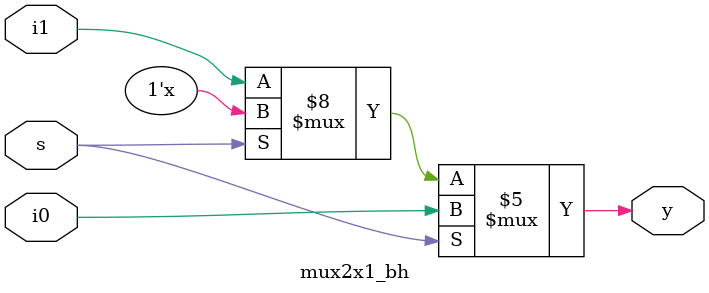
<source format=v>
module mux2x1_bh(input i0,i1,s, output reg y);
    always @(i0,i1) begin
        if(s==0)
        y=i1;
        if(s==1)
        y=i0;
    end
endmodule
</source>
